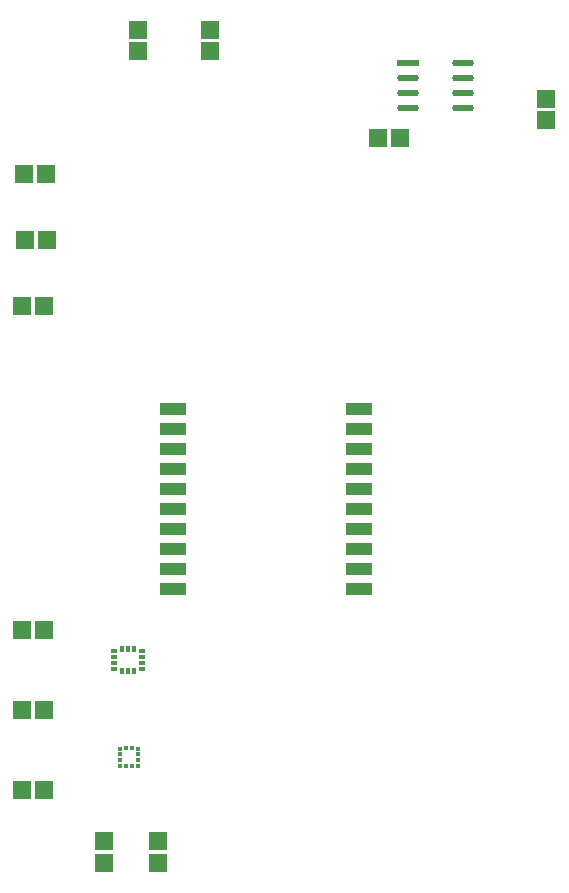
<source format=gtp>
G04*
G04 #@! TF.GenerationSoftware,Altium Limited,Altium Designer,22.10.1 (41)*
G04*
G04 Layer_Color=8421504*
%FSLAX44Y44*%
%MOMM*%
G71*
G04*
G04 #@! TF.SameCoordinates,F5FADBD9-E43F-4EF7-845D-54409DE5C24F*
G04*
G04*
G04 #@! TF.FilePolarity,Positive*
G04*
G01*
G75*
%ADD15R,2.3000X1.0000*%
%ADD16R,1.5000X1.5500*%
%ADD17R,0.5750X0.3500*%
%ADD18R,0.3500X0.5750*%
G04:AMPARAMS|DCode=19|XSize=1.8741mm|YSize=0.5421mm|CornerRadius=0.2711mm|HoleSize=0mm|Usage=FLASHONLY|Rotation=0.000|XOffset=0mm|YOffset=0mm|HoleType=Round|Shape=RoundedRectangle|*
%AMROUNDEDRECTD19*
21,1,1.8741,0.0000,0,0,0.0*
21,1,1.3319,0.5421,0,0,0.0*
1,1,0.5421,0.6660,0.0000*
1,1,0.5421,-0.6660,0.0000*
1,1,0.5421,-0.6660,0.0000*
1,1,0.5421,0.6660,0.0000*
%
%ADD19ROUNDEDRECTD19*%
%ADD20R,1.8741X0.5421*%
%ADD21R,1.5500X1.5000*%
%ADD22R,0.3500X0.3750*%
%ADD23R,0.3750X0.3500*%
D15*
X358660Y321400D02*
D03*
Y440400D02*
D03*
Y423400D02*
D03*
Y474400D02*
D03*
Y389400D02*
D03*
Y372400D02*
D03*
Y355400D02*
D03*
Y338400D02*
D03*
Y406400D02*
D03*
Y457400D02*
D03*
X200660Y321400D02*
D03*
Y440400D02*
D03*
Y423400D02*
D03*
Y474400D02*
D03*
Y389400D02*
D03*
Y372400D02*
D03*
Y355400D02*
D03*
Y338400D02*
D03*
Y406400D02*
D03*
Y457400D02*
D03*
D16*
X374290Y703580D02*
D03*
X392790D02*
D03*
X73300Y561340D02*
D03*
X91800D02*
D03*
X75840Y617220D02*
D03*
X94340D02*
D03*
X74570Y673100D02*
D03*
X93070D02*
D03*
X73300Y219075D02*
D03*
X91800D02*
D03*
X73300Y287020D02*
D03*
X91800D02*
D03*
X91800Y151130D02*
D03*
X73300D02*
D03*
D17*
X174185Y254120D02*
D03*
Y259120D02*
D03*
Y264120D02*
D03*
Y269120D02*
D03*
X150935D02*
D03*
Y264120D02*
D03*
Y259120D02*
D03*
Y254120D02*
D03*
D18*
X167560Y270745D02*
D03*
X162560D02*
D03*
X157560D02*
D03*
Y252495D02*
D03*
X162560D02*
D03*
X167560D02*
D03*
D19*
X446071Y767080D02*
D03*
Y754380D02*
D03*
Y741680D02*
D03*
Y728980D02*
D03*
X399749D02*
D03*
Y741680D02*
D03*
Y754380D02*
D03*
D20*
Y767080D02*
D03*
D21*
X516890Y718460D02*
D03*
Y736960D02*
D03*
X171450Y795380D02*
D03*
Y776880D02*
D03*
X232410Y795380D02*
D03*
Y776880D02*
D03*
X187960Y89810D02*
D03*
Y108310D02*
D03*
X142240Y89810D02*
D03*
Y108310D02*
D03*
D22*
X161330Y186695D02*
D03*
X166330D02*
D03*
Y171445D02*
D03*
X161330D02*
D03*
D23*
X171455Y186570D02*
D03*
Y181570D02*
D03*
Y176570D02*
D03*
Y171570D02*
D03*
X156205D02*
D03*
Y176570D02*
D03*
Y181570D02*
D03*
Y186570D02*
D03*
M02*

</source>
